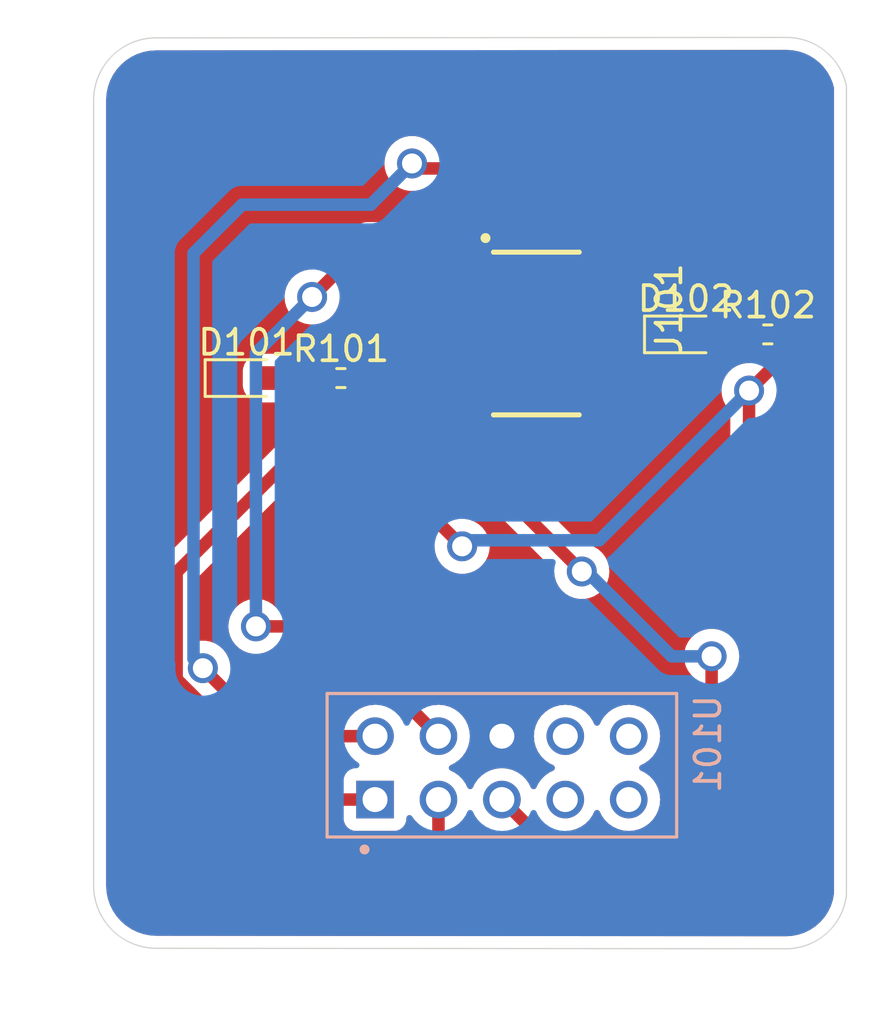
<source format=kicad_pcb>
(kicad_pcb (version 20240108) (generator "pcbnew") (generator_version "8.0")
  (layers (0 "F.Cu" signal) (31 "B.Cu" signal) (34 "B.Paste" user) (35 "F.Paste" user) (36 "B.SilkS" user "B.Silkscreen") (37 "F.SilkS" user "F.Silkscreen") (38 "B.Mask" user) (39 "F.Mask" user) (44 "Edge.Cuts" user))
  (net 0 "")
  (net 1 "GND")
  (net 2 "Net-(D101-A)")
  (net 3 "Net-(D102-A)")
  (net 4 "/TOF_GPIO1")
  (net 5 "/TOF_XSHUT")
  (net 7 "/I2C_MAIN_SCL")
  (net 9 "+5V")
  (net 11 "/I2C_MAIN_SDA")
  (footprint "LED_SMD:LED_0603_1608Metric_Pad1.05x0.95mm_HandSolder" (layer "F.Cu") (at 129.375 94.65)
    (property "Reference" "D101" (at 0 -1.43 0) (layer "F.SilkS"))
    (property "Value" "LED")
    (fp_line (start -1.66 -0.735) (end -1.66 0.735) (stroke (width 0.12)) (layer "F.SilkS"))
    (fp_line (start -1.66 0.735) (end 0.8 0.735) (stroke (width 0.12)) (layer "F.SilkS"))
    (fp_line (start 0.8 -0.735) (end -1.66 -0.735) (stroke (width 0.12)) (layer "F.SilkS"))
    (pad "1" smd roundrect (at -0.875 0) (size 1.05 0.95) (layers "F.Cu" "F.Paste" "F.Mask") (net 1 "GND"))
    (pad "2" smd roundrect (at 0.875 0) (size 1.05 0.95) (layers "F.Cu" "F.Paste" "F.Mask") (net 2 "Net-(D101-A)"))
  )
  (footprint "Resistor_SMD:R_0402_1005Metric_Pad0.72x0.64mm_HandSolder" (layer "F.Cu") (at 133.1525 94.65)
    (property "Reference" "R101" (at 0 -1.17 0) (layer "F.SilkS"))
    (property "Value" "3.3k")
    (fp_line (start -0.167621 -0.38) (end 0.167621 -0.38) (stroke (width 0.12)) (layer "F.SilkS"))
    (fp_line (start -0.167621 0.38) (end 0.167621 0.38) (stroke (width 0.12)) (layer "F.SilkS"))
    (pad "1" smd roundrect (at -0.5975 0) (size 0.715 0.64) (layers "F.Cu" "F.Paste" "F.Mask") (net 2 "Net-(D101-A)"))
    (pad "2" smd roundrect (at 0.5975 0) (size 0.715 0.64) (layers "F.Cu" "F.Paste" "F.Mask") (net 4 "/TOF_GPIO1"))
  )
  (footprint "LED_SMD:LED_0603_1608Metric_Pad1.05x0.95mm_HandSolder" (layer "F.Cu") (at 146.9725 92.9)
    (property "Reference" "D102" (at 0 -1.43 0) (layer "F.SilkS"))
    (property "Value" "LED")
    (fp_line (start -1.66 -0.735) (end -1.66 0.735) (stroke (width 0.12)) (layer "F.SilkS"))
    (fp_line (start -1.66 0.735) (end 0.8 0.735) (stroke (width 0.12)) (layer "F.SilkS"))
    (fp_line (start 0.8 -0.735) (end -1.66 -0.735) (stroke (width 0.12)) (layer "F.SilkS"))
    (pad "1" smd roundrect (at -0.875 0) (size 1.05 0.95) (layers "F.Cu" "F.Paste" "F.Mask") (net 1 "GND"))
    (pad "2" smd roundrect (at 0.875 0) (size 1.05 0.95) (layers "F.Cu" "F.Paste" "F.Mask") (net 3 "Net-(D102-A)"))
  )
  (footprint "TJ:SAMTEC_FTSH-105-01-F-DV-P-TR" (layer "F.Cu") (at 140.98 92.865 -90)
    (property "Reference" "J101" (at -1 -5.315 90) (layer "F.SilkS"))
    (property "Value" "FTSH-105-01-F-DV-P-TR")
    (fp_line (start -3.26 1.715) (end -3.26 1.715) (stroke (width 0.2)) (layer "F.SilkS"))
    (fp_line (start -3.26 1.715) (end -3.26 -1.715) (stroke (width 0.2)) (layer "F.SilkS"))
    (fp_line (start 3.26 1.715) (end 3.26 1.715) (stroke (width 0.2)) (layer "F.SilkS"))
    (fp_line (start -3.26 -1.715) (end -3.26 -1.715) (stroke (width 0.2)) (layer "F.SilkS"))
    (fp_line (start 3.26 -1.715) (end 3.26 1.715) (stroke (width 0.2)) (layer "F.SilkS"))
    (fp_line (start 3.26 -1.715) (end 3.26 -1.715) (stroke (width 0.2)) (layer "F.SilkS"))
    (fp_circle (center -3.825 2.035) (end -3.725 2.035) (stroke (width 0.2)) (fill none) (layer "F.SilkS"))
    (pad "01" smd rect (at -2.54 2.035 270) (size 0.74 2.79) (layers "F.Cu" "F.Paste" "F.Mask") (net 4 "/TOF_GPIO1"))
    (pad "02" smd rect (at -2.54 -2.035 270) (size 0.74 2.79) (layers "F.Cu" "F.Paste" "F.Mask") (net 11 "/I2C_MAIN_SDA"))
    (pad "03" smd rect (at -1.27 2.035 270) (size 0.74 2.79) (layers "F.Cu" "F.Paste" "F.Mask") (net 5 "/TOF_XSHUT"))
    (pad "04" smd rect (at -1.27 -2.035 270) (size 0.74 2.79) (layers "F.Cu" "F.Paste" "F.Mask") (net 7 "/I2C_MAIN_SCL"))
    (pad "05" smd rect (at 0 2.035 270) (size 0.74 2.79) (layers "F.Cu" "F.Paste" "F.Mask") (net 9 "+5V"))
    (pad "06" smd rect (at 0 -2.035 270) (size 0.74 2.79) (layers "F.Cu" "F.Paste" "F.Mask") (net 1 "GND"))
    (pad "07" smd rect (at 1.27 2.035 270) (size 0.74 2.79) (layers "F.Cu" "F.Paste" "F.Mask"))
    (pad "08" smd rect (at 1.27 -2.035 270) (size 0.74 2.79) (layers "F.Cu" "F.Paste" "F.Mask"))
    (pad "09" smd rect (at 2.54 2.035 270) (size 0.74 2.79) (layers "F.Cu" "F.Paste" "F.Mask"))
    (pad "10" smd rect (at 2.54 -2.035 270) (size 0.74 2.79) (layers "F.Cu" "F.Paste" "F.Mask"))
  )
  (footprint "Resistor_SMD:R_0402_1005Metric_Pad0.72x0.64mm_HandSolder" (layer "F.Cu") (at 150.25 92.9)
    (property "Reference" "R102" (at 0 -1.17 0) (layer "F.SilkS"))
    (property "Value" "3.3k")
    (fp_line (start -0.167621 -0.38) (end 0.167621 -0.38) (stroke (width 0.12)) (layer "F.SilkS"))
    (fp_line (start -0.167621 0.38) (end 0.167621 0.38) (stroke (width 0.12)) (layer "F.SilkS"))
    (pad "1" smd roundrect (at -0.5975 0) (size 0.715 0.64) (layers "F.Cu" "F.Paste" "F.Mask") (net 3 "Net-(D102-A)"))
    (pad "2" smd roundrect (at 0.5975 0) (size 0.715 0.64) (layers "F.Cu" "F.Paste" "F.Mask") (net 5 "/TOF_XSHUT"))
  )
  (footprint "VL:MODULE_VL53L1X-SATEL" (layer "B.Cu") (at 139.6 99.79 90)
    (property "Reference" "U101" (at -9.525 8.255 90) (layer "B.SilkS") (effects (justify mirror)))
    (property "Value" "VL53L1X-SATEL")
    (fp_line (start -7.5 -7) (end -13.25 -7) (stroke (width 0.127)) (layer "B.SilkS"))
    (fp_line (start -13.25 -7) (end -13.25 7) (stroke (width 0.127)) (layer "B.SilkS"))
    (fp_line (start -7.5 7) (end -7.5 -7) (stroke (width 0.127)) (layer "B.SilkS"))
    (fp_line (start -13.25 7) (end -7.5 7) (stroke (width 0.127)) (layer "B.SilkS"))
    (fp_circle (center -13.75 -5.5) (end -13.65 -5.5) (stroke (width 0.2)) (fill none) (layer "B.SilkS"))
    (pad "1" thru_hole rect (at -11.75 -5.08 90) (size 1.508 1.508) (drill 1) (layers "*.Cu" "*.Mask") (net 4 "/TOF_GPIO1"))
    (pad "2" thru_hole circle (at -9.21 -5.08 90) (size 1.508 1.508) (drill 1) (layers "*.Cu" "*.Mask") (net 7 "/I2C_MAIN_SCL"))
    (pad "3" thru_hole circle (at -11.75 -2.54 90) (size 1.508 1.508) (drill 1) (layers "*.Cu" "*.Mask") (net 5 "/TOF_XSHUT"))
    (pad "4" thru_hole circle (at -9.21 -2.54 90) (size 1.508 1.508) (drill 1) (layers "*.Cu" "*.Mask") (net 11 "/I2C_MAIN_SDA"))
    (pad "5" thru_hole circle (at -11.75 0 90) (size 1.508 1.508) (drill 1) (layers "*.Cu" "*.Mask") (net 9 "+5V"))
    (pad "6" thru_hole circle (at -9.21 0 90) (size 1.508 1.508) (drill 1) (layers "*.Cu" "*.Mask") (net 1 "GND"))
    (pad "7" thru_hole circle (at -11.75 2.54 90) (size 1.508 1.508) (drill 1) (layers "*.Cu" "*.Mask"))
    (pad "8" thru_hole circle (at -9.21 2.54 90) (size 1.508 1.508) (drill 1) (layers "*.Cu" "*.Mask"))
    (pad "9" thru_hole circle (at -11.75 5.08 90) (size 1.508 1.508) (drill 1) (layers "*.Cu" "*.Mask"))
    (pad "10" thru_hole circle (at -9.21 5.08 90) (size 1.508 1.508) (drill 1) (layers "*.Cu" "*.Mask"))
  )
  (gr_arc (start 151 81) (mid 152.546647 81.549457) (end 153.4 82.95153) (stroke (width 0.05)) (layer "Edge.Cuts"))
  (gr_arc (start 123.250063 83.5) (mid 123.9948 81.737422) (end 125.767767 81.017768) (stroke (width 0.05)) (layer "Edge.Cuts"))
  (gr_line (start 150.982233 117.517767) (end 125.767767 117.500062) (stroke (width 0.05)) (layer "Edge.Cuts"))
  (gr_line (start 125.767767 81.017767) (end 151 81) (stroke (width 0.05)) (layer "Edge.Cuts"))
  (gr_arc (start 125.767767 117.500062) (mid 123.993686 116.768878) (end 123.250001 115) (stroke (width 0.05)) (layer "Edge.Cuts"))
  (gr_line (start 153.4 82.95153) (end 153.4 115.354026) (stroke (width 0.05)) (layer "Edge.Cuts"))
  (gr_arc (start 153.4 115.354026) (mid 152.604529 116.897844) (end 150.982233 117.517767) (stroke (width 0.05)) (layer "Edge.Cuts"))
  (gr_line (start 123.25 115) (end 123.25 83.5) (stroke (width 0.05)) (layer "Edge.Cuts"))
  (segment (start 133.9 84.5) (end 144.35 84.5) (width 0.5) (layer "F.Cu") (net 1))
  (segment (start 146.0625 92.865) (end 146.0975 92.9) (width 0.5) (layer "F.Cu") (net 1))
  (segment (start 143.015 92.865) (end 146.0625 92.865) (width 0.5) (layer "F.Cu") (net 1))
  (segment (start 139.6 109) (end 146.0975 102.5025) (width 0.5) (layer "F.Cu") (net 1))
  (segment (start 128.5 89.9) (end 133.9 84.5) (width 0.5) (layer "F.Cu") (net 1))
  (segment (start 147.75 91.2475) (end 146.0975 92.9) (width 0.5) (layer "F.Cu") (net 1))
  (segment (start 128.5 94.65) (end 128.5 89.9) (width 0.5) (layer "F.Cu") (net 1))
  (segment (start 146.0975 102.5025) (end 146.0975 92.9) (width 0.5) (layer "F.Cu") (net 1))
  (segment (start 144.35 84.5) (end 147.75 87.9) (width 0.5) (layer "F.Cu") (net 1))
  (segment (start 147.75 87.9) (end 147.75 91.2475) (width 0.5) (layer "F.Cu") (net 1))
  (segment (start 132.555 94.65) (end 130.25 94.65) (width 0.5) (layer "F.Cu") (net 2))
  (segment (start 149.6525 92.9) (end 147.8475 92.9) (width 0.5) (layer "F.Cu") (net 3))
  (segment (start 134.52 111.54) (end 131.405075 111.54) (width 0.5) (layer "F.Cu") (net 4))
  (segment (start 133.75 95.25) (end 133.75 94.65) (width 0.5) (layer "F.Cu") (net 4))
  (segment (start 126.575 102.425) (end 133.75 95.25) (width 0.5) (layer "F.Cu") (net 4))
  (segment (start 126.575 106.709925) (end 126.575 102.425) (width 0.5) (layer "F.Cu") (net 4))
  (segment (start 133.75 94.65) (end 133.75 93.625) (width 0.5) (layer "F.Cu") (net 4))
  (segment (start 133.75 93.625) (end 137.05 90.325) (width 0.5) (layer "F.Cu") (net 4))
  (segment (start 131.405075 111.54) (end 126.575 106.709925) (width 0.5) (layer "F.Cu") (net 4))
  (segment (start 137.05 90.325) (end 138.945 90.325) (width 0.5) (layer "F.Cu") (net 4))
  (segment (start 135.25 98.634926) (end 135.25 93.395) (width 0.5) (layer "F.Cu") (net 5))
  (segment (start 150.5 93.2475) (end 150.8475 92.9) (width 0.5) (layer "F.Cu") (net 5))
  (segment (start 150.5 94.15) (end 150.5 93.2475) (width 0.5) (layer "F.Cu") (net 5))
  (segment (start 138.007537 101.392463) (end 135.25 98.634926) (width 0.5) (layer "F.Cu") (net 5))
  (segment (start 149.5 112.1) (end 149.5 95.15) (width 0.5) (layer "F.Cu") (net 5))
  (segment (start 138 115.4) (end 146.2 115.4) (width 0.5) (layer "F.Cu") (net 5))
  (segment (start 146.2 115.4) (end 149.5 112.1) (width 0.5) (layer "F.Cu") (net 5))
  (segment (start 137.06 111.54) (end 137.06 114.46) (width 0.5) (layer "F.Cu") (net 5))
  (segment (start 135.25 93.395) (end 137.05 91.595) (width 0.5) (layer "F.Cu") (net 5))
  (segment (start 149.5 95.15) (end 150.5 94.15) (width 0.5) (layer "F.Cu") (net 5))
  (segment (start 137.05 91.595) (end 138.945 91.595) (width 0.5) (layer "F.Cu") (net 5))
  (segment (start 137.06 114.46) (end 138 115.4) (width 0.5) (layer "F.Cu") (net 5))
  (via (at 138.007537 101.392463) (size 1.2) (drill 0.8) (layers "F.Cu" "B.Cu") (net 5))
  (via (at 149.5 95.15) (size 1.2) (drill 0.8) (layers "F.Cu" "B.Cu") (net 5))
  (segment (start 138.25 101.15) (end 143.5 101.15) (width 0.5) (layer "B.Cu") (net 5))
  (segment (start 138.007537 101.392463) (end 138.25 101.15) (width 0.5) (layer "B.Cu") (net 5))
  (segment (start 143.5 101.15) (end 149.5 95.15) (width 0.5) (layer "B.Cu") (net 5))
  (segment (start 146 90.9) (end 145.305 91.595) (width 0.5) (layer "F.Cu") (net 7))
  (segment (start 127.625 106.275) (end 130.35 109) (width 0.5) (layer "F.Cu") (net 7))
  (segment (start 130.35 109) (end 134.52 109) (width 0.5) (layer "F.Cu") (net 7))
  (segment (start 146 88.65) (end 146 90.9) (width 0.5) (layer "F.Cu") (net 7))
  (segment (start 143.6 86.25) (end 146 88.65) (width 0.5) (layer "F.Cu") (net 7))
  (segment (start 136.2 86.25) (end 143.6 86.25) (width 0.5) (layer "F.Cu") (net 7))
  (segment (start 145.305 91.595) (end 143.015 91.595) (width 0.5) (layer "F.Cu") (net 7))
  (segment (start 136 86.05) (end 136.2 86.25) (width 0.5) (layer "F.Cu") (net 7))
  (via (at 127.625 106.275) (size 1.2) (drill 0.8) (layers "F.Cu" "B.Cu") (net 7))
  (via (at 136 86.05) (size 1.2) (drill 0.8) (layers "F.Cu" "B.Cu") (net 7))
  (segment (start 134.35 87.7) (end 129.2 87.7) (width 0.5) (layer "B.Cu") (net 7))
  (segment (start 127.25 89.65) (end 127.25 105.9) (width 0.5) (layer "B.Cu") (net 7))
  (segment (start 129.2 87.7) (end 127.25 89.65) (width 0.5) (layer "B.Cu") (net 7))
  (segment (start 127.25 105.9) (end 127.625 106.275) (width 0.5) (layer "B.Cu") (net 7))
  (segment (start 136 86.05) (end 134.35 87.7) (width 0.5) (layer "B.Cu") (net 7))
  (segment (start 136.6 94.6) (end 136.6 96.2) (width 0.5) (layer "F.Cu") (net 9))
  (segment (start 136.6 96.2) (end 142.8 102.4) (width 0.5) (layer "F.Cu") (net 9))
  (segment (start 137.05 92.865) (end 136.6 93.315) (width 0.5) (layer "F.Cu") (net 9))
  (segment (start 148 105.8) (end 148 111.8) (width 0.5) (layer "F.Cu") (net 9))
  (segment (start 136.6 93.315) (end 136.6 94.6) (width 0.5) (layer "F.Cu") (net 9))
  (segment (start 146 113.8) (end 141.86 113.8) (width 0.5) (layer "F.Cu") (net 9))
  (segment (start 138.945 92.865) (end 137.05 92.865) (width 0.5) (layer "F.Cu") (net 9))
  (segment (start 141.86 113.8) (end 139.6 111.54) (width 0.5) (layer "F.Cu") (net 9))
  (segment (start 148 111.8) (end 146 113.8) (width 0.5) (layer "F.Cu") (net 9))
  (via (at 148 105.8) (size 1.2) (drill 0.8) (layers "F.Cu" "B.Cu") (net 9))
  (via (at 142.8 102.4) (size 1.2) (drill 0.8) (layers "F.Cu" "B.Cu") (net 9))
  (segment (start 143 102.4) (end 142.8 102.4) (width 0.5) (layer "B.Cu") (net 9))
  (segment (start 146.4 105.8) (end 143 102.4) (width 0.5) (layer "B.Cu") (net 9))
  (segment (start 148 105.8) (end 146.4 105.8) (width 0.5) (layer "B.Cu") (net 9))
  (segment (start 143.015 90.325) (end 141.84 89.15) (width 0.5) (layer "F.Cu") (net 11))
  (segment (start 143.015 90.325) (end 142.675 90.325) (width 0.5) (layer "F.Cu") (net 11))
  (segment (start 129.75 104.6) (end 132.66 104.6) (width 0.5) (layer "F.Cu") (net 11))
  (segment (start 142.675 90.325) (end 142.5 90.15) (width 0.5) (layer "F.Cu") (net 11))
  (segment (start 134.25 89.15) (end 132 91.4) (width 0.5) (layer "F.Cu") (net 11))
  (segment (start 141.84 89.15) (end 134.25 89.15) (width 0.5) (layer "F.Cu") (net 11))
  (segment (start 132.66 104.6) (end 137.06 109) (width 0.5) (layer "F.Cu") (net 11))
  (via (at 129.75 104.6) (size 1.2) (drill 0.8) (layers "F.Cu" "B.Cu") (net 11))
  (via (at 132 91.4) (size 1.2) (drill 0.8) (layers "F.Cu" "B.Cu") (net 11))
  (segment (start 129.75 104.6) (end 129.75 93.65) (width 0.5) (layer "B.Cu") (net 11))
  (segment (start 129.75 93.65) (end 132 91.4) (width 0.5) (layer "B.Cu") (net 11))
  (zone (net 1) (net_name "GND") (layers "F&B.Cu") (connect_pads yes (clearance 0.5)) (min_thickness 0.25) (fill yes (thermal_gap 0.5) (thermal_bridge_width 0.5))
    (polygon (pts (xy 119.75 80.5) (xy 155 79.5) (xy 155 120.25) (xy 119.5 120.5)))
  )
)
</source>
